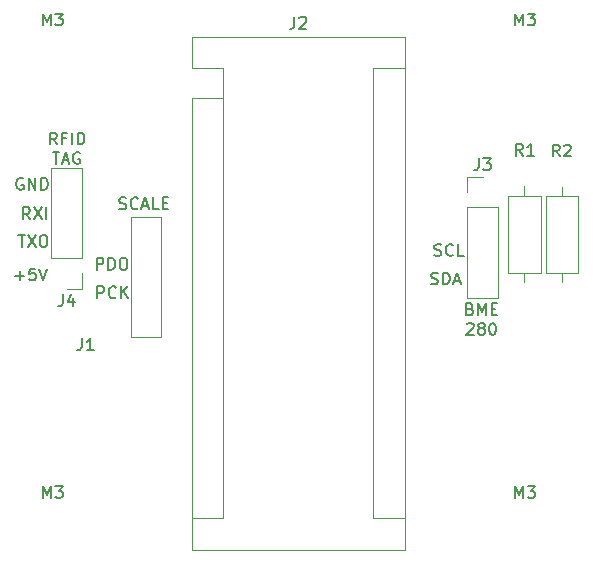
<source format=gbr>
%TF.GenerationSoftware,KiCad,Pcbnew,5.1.10-88a1d61d58~90~ubuntu20.04.1*%
%TF.CreationDate,2021-10-05T16:38:46-07:00*%
%TF.ProjectId,FilaScale-s,46696c61-5363-4616-9c65-2d732e6b6963,rev?*%
%TF.SameCoordinates,Original*%
%TF.FileFunction,Legend,Top*%
%TF.FilePolarity,Positive*%
%FSLAX46Y46*%
G04 Gerber Fmt 4.6, Leading zero omitted, Abs format (unit mm)*
G04 Created by KiCad (PCBNEW 5.1.10-88a1d61d58~90~ubuntu20.04.1) date 2021-10-05 16:38:46*
%MOMM*%
%LPD*%
G01*
G04 APERTURE LIST*
%ADD10C,0.150000*%
%ADD11C,0.120000*%
G04 APERTURE END LIST*
D10*
X78367619Y-148613571D02*
X78510476Y-148661190D01*
X78558095Y-148708809D01*
X78605714Y-148804047D01*
X78605714Y-148946904D01*
X78558095Y-149042142D01*
X78510476Y-149089761D01*
X78415238Y-149137380D01*
X78034285Y-149137380D01*
X78034285Y-148137380D01*
X78367619Y-148137380D01*
X78462857Y-148185000D01*
X78510476Y-148232619D01*
X78558095Y-148327857D01*
X78558095Y-148423095D01*
X78510476Y-148518333D01*
X78462857Y-148565952D01*
X78367619Y-148613571D01*
X78034285Y-148613571D01*
X79034285Y-149137380D02*
X79034285Y-148137380D01*
X79367619Y-148851666D01*
X79700952Y-148137380D01*
X79700952Y-149137380D01*
X80177142Y-148613571D02*
X80510476Y-148613571D01*
X80653333Y-149137380D02*
X80177142Y-149137380D01*
X80177142Y-148137380D01*
X80653333Y-148137380D01*
X78081904Y-149882619D02*
X78129523Y-149835000D01*
X78224761Y-149787380D01*
X78462857Y-149787380D01*
X78558095Y-149835000D01*
X78605714Y-149882619D01*
X78653333Y-149977857D01*
X78653333Y-150073095D01*
X78605714Y-150215952D01*
X78034285Y-150787380D01*
X78653333Y-150787380D01*
X79224761Y-150215952D02*
X79129523Y-150168333D01*
X79081904Y-150120714D01*
X79034285Y-150025476D01*
X79034285Y-149977857D01*
X79081904Y-149882619D01*
X79129523Y-149835000D01*
X79224761Y-149787380D01*
X79415238Y-149787380D01*
X79510476Y-149835000D01*
X79558095Y-149882619D01*
X79605714Y-149977857D01*
X79605714Y-150025476D01*
X79558095Y-150120714D01*
X79510476Y-150168333D01*
X79415238Y-150215952D01*
X79224761Y-150215952D01*
X79129523Y-150263571D01*
X79081904Y-150311190D01*
X79034285Y-150406428D01*
X79034285Y-150596904D01*
X79081904Y-150692142D01*
X79129523Y-150739761D01*
X79224761Y-150787380D01*
X79415238Y-150787380D01*
X79510476Y-150739761D01*
X79558095Y-150692142D01*
X79605714Y-150596904D01*
X79605714Y-150406428D01*
X79558095Y-150311190D01*
X79510476Y-150263571D01*
X79415238Y-150215952D01*
X80224761Y-149787380D02*
X80320000Y-149787380D01*
X80415238Y-149835000D01*
X80462857Y-149882619D01*
X80510476Y-149977857D01*
X80558095Y-150168333D01*
X80558095Y-150406428D01*
X80510476Y-150596904D01*
X80462857Y-150692142D01*
X80415238Y-150739761D01*
X80320000Y-150787380D01*
X80224761Y-150787380D01*
X80129523Y-150739761D01*
X80081904Y-150692142D01*
X80034285Y-150596904D01*
X79986666Y-150406428D01*
X79986666Y-150168333D01*
X80034285Y-149977857D01*
X80081904Y-149882619D01*
X80129523Y-149835000D01*
X80224761Y-149787380D01*
X75055714Y-146474761D02*
X75198571Y-146522380D01*
X75436666Y-146522380D01*
X75531904Y-146474761D01*
X75579523Y-146427142D01*
X75627142Y-146331904D01*
X75627142Y-146236666D01*
X75579523Y-146141428D01*
X75531904Y-146093809D01*
X75436666Y-146046190D01*
X75246190Y-145998571D01*
X75150952Y-145950952D01*
X75103333Y-145903333D01*
X75055714Y-145808095D01*
X75055714Y-145712857D01*
X75103333Y-145617619D01*
X75150952Y-145570000D01*
X75246190Y-145522380D01*
X75484285Y-145522380D01*
X75627142Y-145570000D01*
X76055714Y-146522380D02*
X76055714Y-145522380D01*
X76293809Y-145522380D01*
X76436666Y-145570000D01*
X76531904Y-145665238D01*
X76579523Y-145760476D01*
X76627142Y-145950952D01*
X76627142Y-146093809D01*
X76579523Y-146284285D01*
X76531904Y-146379523D01*
X76436666Y-146474761D01*
X76293809Y-146522380D01*
X76055714Y-146522380D01*
X77008095Y-146236666D02*
X77484285Y-146236666D01*
X76912857Y-146522380D02*
X77246190Y-145522380D01*
X77579523Y-146522380D01*
X75349523Y-144074761D02*
X75492380Y-144122380D01*
X75730476Y-144122380D01*
X75825714Y-144074761D01*
X75873333Y-144027142D01*
X75920952Y-143931904D01*
X75920952Y-143836666D01*
X75873333Y-143741428D01*
X75825714Y-143693809D01*
X75730476Y-143646190D01*
X75540000Y-143598571D01*
X75444761Y-143550952D01*
X75397142Y-143503333D01*
X75349523Y-143408095D01*
X75349523Y-143312857D01*
X75397142Y-143217619D01*
X75444761Y-143170000D01*
X75540000Y-143122380D01*
X75778095Y-143122380D01*
X75920952Y-143170000D01*
X76920952Y-144027142D02*
X76873333Y-144074761D01*
X76730476Y-144122380D01*
X76635238Y-144122380D01*
X76492380Y-144074761D01*
X76397142Y-143979523D01*
X76349523Y-143884285D01*
X76301904Y-143693809D01*
X76301904Y-143550952D01*
X76349523Y-143360476D01*
X76397142Y-143265238D01*
X76492380Y-143170000D01*
X76635238Y-143122380D01*
X76730476Y-143122380D01*
X76873333Y-143170000D01*
X76920952Y-143217619D01*
X77825714Y-144122380D02*
X77349523Y-144122380D01*
X77349523Y-143122380D01*
X48668571Y-140114761D02*
X48811428Y-140162380D01*
X49049523Y-140162380D01*
X49144761Y-140114761D01*
X49192380Y-140067142D01*
X49240000Y-139971904D01*
X49240000Y-139876666D01*
X49192380Y-139781428D01*
X49144761Y-139733809D01*
X49049523Y-139686190D01*
X48859047Y-139638571D01*
X48763809Y-139590952D01*
X48716190Y-139543333D01*
X48668571Y-139448095D01*
X48668571Y-139352857D01*
X48716190Y-139257619D01*
X48763809Y-139210000D01*
X48859047Y-139162380D01*
X49097142Y-139162380D01*
X49240000Y-139210000D01*
X50240000Y-140067142D02*
X50192380Y-140114761D01*
X50049523Y-140162380D01*
X49954285Y-140162380D01*
X49811428Y-140114761D01*
X49716190Y-140019523D01*
X49668571Y-139924285D01*
X49620952Y-139733809D01*
X49620952Y-139590952D01*
X49668571Y-139400476D01*
X49716190Y-139305238D01*
X49811428Y-139210000D01*
X49954285Y-139162380D01*
X50049523Y-139162380D01*
X50192380Y-139210000D01*
X50240000Y-139257619D01*
X50620952Y-139876666D02*
X51097142Y-139876666D01*
X50525714Y-140162380D02*
X50859047Y-139162380D01*
X51192380Y-140162380D01*
X52001904Y-140162380D02*
X51525714Y-140162380D01*
X51525714Y-139162380D01*
X52335238Y-139638571D02*
X52668571Y-139638571D01*
X52811428Y-140162380D02*
X52335238Y-140162380D01*
X52335238Y-139162380D01*
X52811428Y-139162380D01*
X46808095Y-147692380D02*
X46808095Y-146692380D01*
X47189047Y-146692380D01*
X47284285Y-146740000D01*
X47331904Y-146787619D01*
X47379523Y-146882857D01*
X47379523Y-147025714D01*
X47331904Y-147120952D01*
X47284285Y-147168571D01*
X47189047Y-147216190D01*
X46808095Y-147216190D01*
X48379523Y-147597142D02*
X48331904Y-147644761D01*
X48189047Y-147692380D01*
X48093809Y-147692380D01*
X47950952Y-147644761D01*
X47855714Y-147549523D01*
X47808095Y-147454285D01*
X47760476Y-147263809D01*
X47760476Y-147120952D01*
X47808095Y-146930476D01*
X47855714Y-146835238D01*
X47950952Y-146740000D01*
X48093809Y-146692380D01*
X48189047Y-146692380D01*
X48331904Y-146740000D01*
X48379523Y-146787619D01*
X48808095Y-147692380D02*
X48808095Y-146692380D01*
X49379523Y-147692380D02*
X48950952Y-147120952D01*
X49379523Y-146692380D02*
X48808095Y-147263809D01*
X46734285Y-145282380D02*
X46734285Y-144282380D01*
X47115238Y-144282380D01*
X47210476Y-144330000D01*
X47258095Y-144377619D01*
X47305714Y-144472857D01*
X47305714Y-144615714D01*
X47258095Y-144710952D01*
X47210476Y-144758571D01*
X47115238Y-144806190D01*
X46734285Y-144806190D01*
X47734285Y-145282380D02*
X47734285Y-144282380D01*
X47972380Y-144282380D01*
X48115238Y-144330000D01*
X48210476Y-144425238D01*
X48258095Y-144520476D01*
X48305714Y-144710952D01*
X48305714Y-144853809D01*
X48258095Y-145044285D01*
X48210476Y-145139523D01*
X48115238Y-145234761D01*
X47972380Y-145282380D01*
X47734285Y-145282380D01*
X48924761Y-144282380D02*
X49115238Y-144282380D01*
X49210476Y-144330000D01*
X49305714Y-144425238D01*
X49353333Y-144615714D01*
X49353333Y-144949047D01*
X49305714Y-145139523D01*
X49210476Y-145234761D01*
X49115238Y-145282380D01*
X48924761Y-145282380D01*
X48829523Y-145234761D01*
X48734285Y-145139523D01*
X48686666Y-144949047D01*
X48686666Y-144615714D01*
X48734285Y-144425238D01*
X48829523Y-144330000D01*
X48924761Y-144282380D01*
X39834285Y-145801428D02*
X40596190Y-145801428D01*
X40215238Y-146182380D02*
X40215238Y-145420476D01*
X41548571Y-145182380D02*
X41072380Y-145182380D01*
X41024761Y-145658571D01*
X41072380Y-145610952D01*
X41167619Y-145563333D01*
X41405714Y-145563333D01*
X41500952Y-145610952D01*
X41548571Y-145658571D01*
X41596190Y-145753809D01*
X41596190Y-145991904D01*
X41548571Y-146087142D01*
X41500952Y-146134761D01*
X41405714Y-146182380D01*
X41167619Y-146182380D01*
X41072380Y-146134761D01*
X41024761Y-146087142D01*
X41881904Y-145182380D02*
X42215238Y-146182380D01*
X42548571Y-145182380D01*
X40518095Y-137550000D02*
X40422857Y-137502380D01*
X40280000Y-137502380D01*
X40137142Y-137550000D01*
X40041904Y-137645238D01*
X39994285Y-137740476D01*
X39946666Y-137930952D01*
X39946666Y-138073809D01*
X39994285Y-138264285D01*
X40041904Y-138359523D01*
X40137142Y-138454761D01*
X40280000Y-138502380D01*
X40375238Y-138502380D01*
X40518095Y-138454761D01*
X40565714Y-138407142D01*
X40565714Y-138073809D01*
X40375238Y-138073809D01*
X40994285Y-138502380D02*
X40994285Y-137502380D01*
X41565714Y-138502380D01*
X41565714Y-137502380D01*
X42041904Y-138502380D02*
X42041904Y-137502380D01*
X42280000Y-137502380D01*
X42422857Y-137550000D01*
X42518095Y-137645238D01*
X42565714Y-137740476D01*
X42613333Y-137930952D01*
X42613333Y-138073809D01*
X42565714Y-138264285D01*
X42518095Y-138359523D01*
X42422857Y-138454761D01*
X42280000Y-138502380D01*
X42041904Y-138502380D01*
X40104285Y-142342380D02*
X40675714Y-142342380D01*
X40390000Y-143342380D02*
X40390000Y-142342380D01*
X40913809Y-142342380D02*
X41580476Y-143342380D01*
X41580476Y-142342380D02*
X40913809Y-143342380D01*
X42151904Y-142342380D02*
X42342380Y-142342380D01*
X42437619Y-142390000D01*
X42532857Y-142485238D01*
X42580476Y-142675714D01*
X42580476Y-143009047D01*
X42532857Y-143199523D01*
X42437619Y-143294761D01*
X42342380Y-143342380D01*
X42151904Y-143342380D01*
X42056666Y-143294761D01*
X41961428Y-143199523D01*
X41913809Y-143009047D01*
X41913809Y-142675714D01*
X41961428Y-142485238D01*
X42056666Y-142390000D01*
X42151904Y-142342380D01*
X41085238Y-141002380D02*
X40751904Y-140526190D01*
X40513809Y-141002380D02*
X40513809Y-140002380D01*
X40894761Y-140002380D01*
X40990000Y-140050000D01*
X41037619Y-140097619D01*
X41085238Y-140192857D01*
X41085238Y-140335714D01*
X41037619Y-140430952D01*
X40990000Y-140478571D01*
X40894761Y-140526190D01*
X40513809Y-140526190D01*
X41418571Y-140002380D02*
X42085238Y-141002380D01*
X42085238Y-140002380D02*
X41418571Y-141002380D01*
X42466190Y-141002380D02*
X42466190Y-140002380D01*
X43372857Y-134667380D02*
X43039523Y-134191190D01*
X42801428Y-134667380D02*
X42801428Y-133667380D01*
X43182380Y-133667380D01*
X43277619Y-133715000D01*
X43325238Y-133762619D01*
X43372857Y-133857857D01*
X43372857Y-134000714D01*
X43325238Y-134095952D01*
X43277619Y-134143571D01*
X43182380Y-134191190D01*
X42801428Y-134191190D01*
X44134761Y-134143571D02*
X43801428Y-134143571D01*
X43801428Y-134667380D02*
X43801428Y-133667380D01*
X44277619Y-133667380D01*
X44658571Y-134667380D02*
X44658571Y-133667380D01*
X45134761Y-134667380D02*
X45134761Y-133667380D01*
X45372857Y-133667380D01*
X45515714Y-133715000D01*
X45610952Y-133810238D01*
X45658571Y-133905476D01*
X45706190Y-134095952D01*
X45706190Y-134238809D01*
X45658571Y-134429285D01*
X45610952Y-134524523D01*
X45515714Y-134619761D01*
X45372857Y-134667380D01*
X45134761Y-134667380D01*
X43015714Y-135317380D02*
X43587142Y-135317380D01*
X43301428Y-136317380D02*
X43301428Y-135317380D01*
X43872857Y-136031666D02*
X44349047Y-136031666D01*
X43777619Y-136317380D02*
X44110952Y-135317380D01*
X44444285Y-136317380D01*
X45301428Y-135365000D02*
X45206190Y-135317380D01*
X45063333Y-135317380D01*
X44920476Y-135365000D01*
X44825238Y-135460238D01*
X44777619Y-135555476D01*
X44730000Y-135745952D01*
X44730000Y-135888809D01*
X44777619Y-136079285D01*
X44825238Y-136174523D01*
X44920476Y-136269761D01*
X45063333Y-136317380D01*
X45158571Y-136317380D01*
X45301428Y-136269761D01*
X45349047Y-136222142D01*
X45349047Y-135888809D01*
X45158571Y-135888809D01*
D11*
%TO.C,J1*%
X52184300Y-140843000D02*
X52184300Y-151003000D01*
X49644300Y-140843000D02*
X52184300Y-140843000D01*
X49644300Y-151003000D02*
X49644300Y-140843000D01*
X52184300Y-151003000D02*
X49644300Y-151003000D01*
%TO.C,J2*%
X72843101Y-125557501D02*
X54803101Y-125557501D01*
X72843101Y-168997501D02*
X72843101Y-125557501D01*
X54803101Y-168997501D02*
X72843101Y-168997501D01*
X57473101Y-166327501D02*
X54803101Y-166327501D01*
X57473101Y-130767501D02*
X57473101Y-166327501D01*
X57473101Y-130767501D02*
X54803101Y-130767501D01*
X70173101Y-166327501D02*
X72843101Y-166327501D01*
X70173101Y-128227501D02*
X70173101Y-166327501D01*
X70173101Y-128227501D02*
X72843101Y-128227501D01*
X54803101Y-125557501D02*
X54803101Y-128227501D01*
X54803101Y-130767501D02*
X54803101Y-168997501D01*
X57473101Y-128227501D02*
X54803101Y-128227501D01*
X57473101Y-130767501D02*
X57473101Y-128227501D01*
%TO.C,J3*%
X78095800Y-147672100D02*
X80755800Y-147672100D01*
X78095800Y-139992100D02*
X78095800Y-147672100D01*
X80755800Y-139992100D02*
X80755800Y-147672100D01*
X78095800Y-139992100D02*
X80755800Y-139992100D01*
X78095800Y-138722100D02*
X78095800Y-137392100D01*
X78095800Y-137392100D02*
X79425800Y-137392100D01*
%TO.C,J4*%
X45538700Y-146922800D02*
X44208700Y-146922800D01*
X45538700Y-145592800D02*
X45538700Y-146922800D01*
X45538700Y-144322800D02*
X42878700Y-144322800D01*
X42878700Y-144322800D02*
X42878700Y-136642800D01*
X45538700Y-144322800D02*
X45538700Y-136642800D01*
X45538700Y-136642800D02*
X42878700Y-136642800D01*
%TO.C,R1*%
X81590000Y-145540000D02*
X84330000Y-145540000D01*
X84330000Y-145540000D02*
X84330000Y-139000000D01*
X84330000Y-139000000D02*
X81590000Y-139000000D01*
X81590000Y-139000000D02*
X81590000Y-145540000D01*
X82960000Y-146310000D02*
X82960000Y-145540000D01*
X82960000Y-138230000D02*
X82960000Y-139000000D01*
%TO.C,R2*%
X86170000Y-146320000D02*
X86170000Y-145550000D01*
X86170000Y-138240000D02*
X86170000Y-139010000D01*
X87540000Y-145550000D02*
X87540000Y-139010000D01*
X84800000Y-145550000D02*
X87540000Y-145550000D01*
X84800000Y-139010000D02*
X84800000Y-145550000D01*
X87540000Y-139010000D02*
X84800000Y-139010000D01*
%TO.C,M3*%
D10*
X42190476Y-164602380D02*
X42190476Y-163602380D01*
X42523809Y-164316666D01*
X42857142Y-163602380D01*
X42857142Y-164602380D01*
X43238095Y-163602380D02*
X43857142Y-163602380D01*
X43523809Y-163983333D01*
X43666666Y-163983333D01*
X43761904Y-164030952D01*
X43809523Y-164078571D01*
X43857142Y-164173809D01*
X43857142Y-164411904D01*
X43809523Y-164507142D01*
X43761904Y-164554761D01*
X43666666Y-164602380D01*
X43380952Y-164602380D01*
X43285714Y-164554761D01*
X43238095Y-164507142D01*
X82190476Y-164602380D02*
X82190476Y-163602380D01*
X82523809Y-164316666D01*
X82857142Y-163602380D01*
X82857142Y-164602380D01*
X83238095Y-163602380D02*
X83857142Y-163602380D01*
X83523809Y-163983333D01*
X83666666Y-163983333D01*
X83761904Y-164030952D01*
X83809523Y-164078571D01*
X83857142Y-164173809D01*
X83857142Y-164411904D01*
X83809523Y-164507142D01*
X83761904Y-164554761D01*
X83666666Y-164602380D01*
X83380952Y-164602380D01*
X83285714Y-164554761D01*
X83238095Y-164507142D01*
X82190476Y-124602380D02*
X82190476Y-123602380D01*
X82523809Y-124316666D01*
X82857142Y-123602380D01*
X82857142Y-124602380D01*
X83238095Y-123602380D02*
X83857142Y-123602380D01*
X83523809Y-123983333D01*
X83666666Y-123983333D01*
X83761904Y-124030952D01*
X83809523Y-124078571D01*
X83857142Y-124173809D01*
X83857142Y-124411904D01*
X83809523Y-124507142D01*
X83761904Y-124554761D01*
X83666666Y-124602380D01*
X83380952Y-124602380D01*
X83285714Y-124554761D01*
X83238095Y-124507142D01*
X42190476Y-124602380D02*
X42190476Y-123602380D01*
X42523809Y-124316666D01*
X42857142Y-123602380D01*
X42857142Y-124602380D01*
X43238095Y-123602380D02*
X43857142Y-123602380D01*
X43523809Y-123983333D01*
X43666666Y-123983333D01*
X43761904Y-124030952D01*
X43809523Y-124078571D01*
X43857142Y-124173809D01*
X43857142Y-124411904D01*
X43809523Y-124507142D01*
X43761904Y-124554761D01*
X43666666Y-124602380D01*
X43380952Y-124602380D01*
X43285714Y-124554761D01*
X43238095Y-124507142D01*
%TO.C,J1*%
X45500966Y-151090380D02*
X45500966Y-151804666D01*
X45453347Y-151947523D01*
X45358109Y-152042761D01*
X45215252Y-152090380D01*
X45120014Y-152090380D01*
X46500966Y-152090380D02*
X45929538Y-152090380D01*
X46215252Y-152090380D02*
X46215252Y-151090380D01*
X46120014Y-151233238D01*
X46024776Y-151328476D01*
X45929538Y-151376095D01*
%TO.C,J2*%
X63489767Y-123869881D02*
X63489767Y-124584167D01*
X63442148Y-124727024D01*
X63346910Y-124822262D01*
X63204053Y-124869881D01*
X63108815Y-124869881D01*
X63918339Y-123965120D02*
X63965958Y-123917501D01*
X64061196Y-123869881D01*
X64299291Y-123869881D01*
X64394529Y-123917501D01*
X64442148Y-123965120D01*
X64489767Y-124060358D01*
X64489767Y-124155596D01*
X64442148Y-124298453D01*
X63870720Y-124869881D01*
X64489767Y-124869881D01*
%TO.C,J3*%
X79092466Y-135844480D02*
X79092466Y-136558766D01*
X79044847Y-136701623D01*
X78949609Y-136796861D01*
X78806752Y-136844480D01*
X78711514Y-136844480D01*
X79473419Y-135844480D02*
X80092466Y-135844480D01*
X79759133Y-136225433D01*
X79901990Y-136225433D01*
X79997228Y-136273052D01*
X80044847Y-136320671D01*
X80092466Y-136415909D01*
X80092466Y-136654004D01*
X80044847Y-136749242D01*
X79997228Y-136796861D01*
X79901990Y-136844480D01*
X79616276Y-136844480D01*
X79521038Y-136796861D01*
X79473419Y-136749242D01*
%TO.C,J4*%
X43875366Y-147375180D02*
X43875366Y-148089466D01*
X43827747Y-148232323D01*
X43732509Y-148327561D01*
X43589652Y-148375180D01*
X43494414Y-148375180D01*
X44780128Y-147708514D02*
X44780128Y-148375180D01*
X44542033Y-147327561D02*
X44303938Y-148041847D01*
X44922985Y-148041847D01*
%TO.C,R1*%
X82813333Y-135612380D02*
X82480000Y-135136190D01*
X82241904Y-135612380D02*
X82241904Y-134612380D01*
X82622857Y-134612380D01*
X82718095Y-134660000D01*
X82765714Y-134707619D01*
X82813333Y-134802857D01*
X82813333Y-134945714D01*
X82765714Y-135040952D01*
X82718095Y-135088571D01*
X82622857Y-135136190D01*
X82241904Y-135136190D01*
X83765714Y-135612380D02*
X83194285Y-135612380D01*
X83480000Y-135612380D02*
X83480000Y-134612380D01*
X83384761Y-134755238D01*
X83289523Y-134850476D01*
X83194285Y-134898095D01*
%TO.C,R2*%
X85943333Y-135682380D02*
X85610000Y-135206190D01*
X85371904Y-135682380D02*
X85371904Y-134682380D01*
X85752857Y-134682380D01*
X85848095Y-134730000D01*
X85895714Y-134777619D01*
X85943333Y-134872857D01*
X85943333Y-135015714D01*
X85895714Y-135110952D01*
X85848095Y-135158571D01*
X85752857Y-135206190D01*
X85371904Y-135206190D01*
X86324285Y-134777619D02*
X86371904Y-134730000D01*
X86467142Y-134682380D01*
X86705238Y-134682380D01*
X86800476Y-134730000D01*
X86848095Y-134777619D01*
X86895714Y-134872857D01*
X86895714Y-134968095D01*
X86848095Y-135110952D01*
X86276666Y-135682380D01*
X86895714Y-135682380D01*
%TD*%
M02*

</source>
